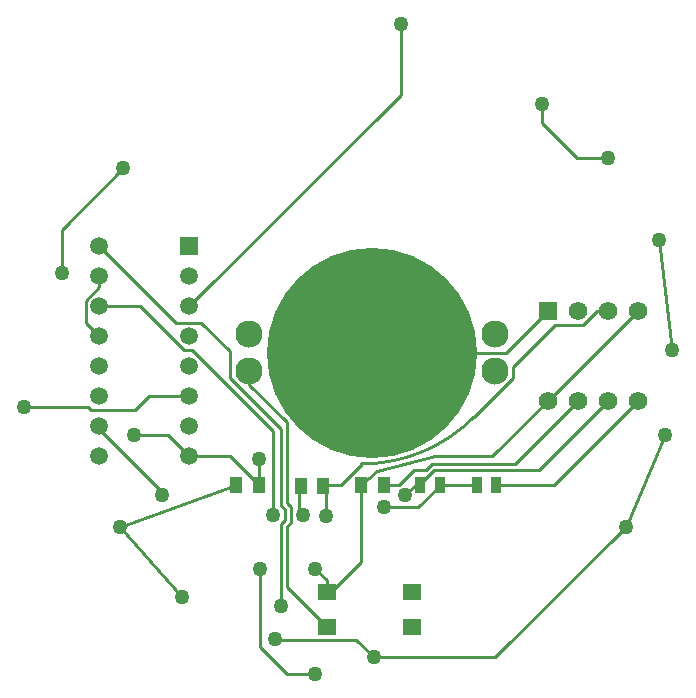
<source format=gbl>
G04*
G04 #@! TF.GenerationSoftware,Altium Limited,Altium Designer,18.1.11 (251)*
G04*
G04 Layer_Physical_Order=2*
G04 Layer_Color=16711680*
%FSLAX25Y25*%
%MOIN*%
G70*
G01*
G75*
%ADD12C,0.01000*%
%ADD22R,0.03600X0.05700*%
%ADD39R,0.05906X0.05906*%
%ADD40C,0.05906*%
%ADD41R,0.06201X0.06201*%
%ADD42C,0.06201*%
%ADD43C,0.09055*%
%ADD44C,0.05000*%
%ADD45R,0.06299X0.05512*%
%ADD46R,0.03937X0.05709*%
%ADD47C,0.70079*%
G36*
X415500Y305500D02*
D01*
D02*
G37*
G36*
X444500Y310500D02*
D01*
D02*
G37*
D12*
X473011Y263000D02*
G03*
X510334Y278460I0J52783D01*
G01*
X461327Y220406D02*
Y224173D01*
X457500Y228000D02*
X461327Y224173D01*
X446000Y215500D02*
Y242843D01*
X447500Y244343D01*
Y247657D01*
X446000Y249157D02*
X447500Y247657D01*
X446000Y249157D02*
Y274500D01*
X429000Y291500D02*
X446000Y274500D01*
X452108Y248000D02*
X453500Y246608D01*
X448000Y249985D02*
Y276825D01*
X453500Y246000D02*
Y246608D01*
X448000Y249985D02*
X449500Y248485D01*
Y243515D02*
Y248485D01*
X448000Y242015D02*
X449500Y243515D01*
X448000Y221921D02*
Y242015D01*
X435555Y289270D02*
X448000Y276825D01*
X429000Y291500D02*
Y300500D01*
X419547Y309953D02*
X429000Y300500D01*
X411047Y309953D02*
X419547D01*
X385500Y335500D02*
X411047Y309953D01*
X416453Y301047D02*
X443500Y274000D01*
X413656Y301047D02*
X416453D01*
X399203Y315500D02*
X413656Y301047D01*
X452108Y248000D02*
Y256000D01*
X510334Y278460D02*
X523472Y291598D01*
X466011Y256000D02*
X473011Y263000D01*
X461000Y245500D02*
Y255740D01*
X460740Y256000D02*
X461000Y255740D01*
X460740Y256000D02*
X466011D01*
X443500Y246000D02*
Y274000D01*
X472956Y230455D02*
Y256000D01*
X462906Y220406D02*
X472956Y230455D01*
X461327Y220406D02*
X462906D01*
X448000Y221921D02*
X461327Y208594D01*
X385500Y315500D02*
X399203D01*
X381047Y309953D02*
X385500Y305500D01*
X381047Y309953D02*
Y317344D01*
X385500Y321797D01*
Y325500D01*
X448000Y193000D02*
X457500D01*
X439000Y202000D02*
X448000Y193000D01*
X439000Y202000D02*
Y228000D01*
X385500Y274500D02*
X406500Y253500D01*
Y252500D02*
Y253500D01*
X392500Y242000D02*
X413000Y218500D01*
X544738Y365000D02*
X555000D01*
X533000Y376738D02*
X544738Y365000D01*
X533000Y376738D02*
Y383000D01*
X408500Y272500D02*
X415500Y265500D01*
X397000Y272500D02*
X408500D01*
X472956Y256000D02*
X478000Y260500D01*
X497500Y265500D01*
X496400Y263000D02*
X524000D01*
X494400Y261000D02*
X496400Y263000D01*
X490343Y261000D02*
X494400D01*
X485343Y256000D02*
X490343Y261000D01*
X497229D02*
X532000D01*
X492600Y256371D02*
X497229Y261000D01*
X497500Y265500D02*
X516500D01*
X535000Y284000D01*
X523472Y295298D02*
X537574Y309400D01*
X523472Y291598D02*
Y295298D01*
X537574Y309400D02*
X546906D01*
X532000Y261000D02*
X555000Y284000D01*
X524000Y263000D02*
X545000Y284000D01*
X546906Y309400D02*
X551506Y314000D01*
X555000D01*
X480436Y256000D02*
X485343D01*
X373000Y326500D02*
Y341000D01*
X393500Y361500D01*
X382885Y281047D02*
X397453D01*
X381932Y282000D02*
X382885Y281047D01*
X360500Y282000D02*
X381932D01*
X397500Y281000D02*
X402000Y285500D01*
X444161Y204339D02*
X471161D01*
X444000Y204500D02*
X444161Y204339D01*
X471161D02*
X477000Y198500D01*
X491000Y256000D02*
X492600D01*
X487500Y252500D02*
X491000Y256000D01*
X491871Y248500D02*
X499000Y255629D01*
X480500Y248500D02*
X491871D01*
X385500Y274500D02*
Y275500D01*
X517500Y198500D02*
X561000Y242000D01*
X477000Y198500D02*
X517500D01*
X476018Y270500D02*
X476500Y270982D01*
X499000Y255629D02*
Y256000D01*
X438740D02*
Y264740D01*
X415500Y265500D02*
X429240D01*
X438740Y256000D01*
X415500Y315500D02*
X486000Y386000D01*
Y409500D01*
X435555Y289270D02*
Y294094D01*
X475500Y300122D02*
X521122D01*
X535000Y314000D01*
X475500Y300000D02*
Y300122D01*
X492600Y256000D02*
Y256371D01*
X499000Y256000D02*
X511500D01*
X535000Y284000D02*
X565000Y314000D01*
X397453Y281047D02*
X397500Y281000D01*
X402000Y285500D02*
X415500D01*
X572000Y337500D02*
X576500Y301000D01*
X561000Y242000D02*
X574000Y272500D01*
X392500Y242000D02*
X431260Y256000D01*
X475500Y300000D02*
X499000Y276500D01*
X537000Y256000D02*
X565000Y284000D01*
X517900Y256000D02*
X537000D01*
D22*
X499000Y256000D02*
D03*
X492600Y256000D02*
D03*
X517900Y256000D02*
D03*
X511500Y256000D02*
D03*
D39*
X415500Y335500D02*
D03*
D40*
Y325500D02*
D03*
Y315500D02*
D03*
Y305500D02*
D03*
Y295500D02*
D03*
Y285500D02*
D03*
Y275500D02*
D03*
Y265500D02*
D03*
X385500D02*
D03*
Y275500D02*
D03*
Y285500D02*
D03*
Y295500D02*
D03*
Y305500D02*
D03*
Y315500D02*
D03*
Y325500D02*
D03*
Y335500D02*
D03*
D41*
X535000Y314000D02*
D03*
D42*
X545000D02*
D03*
X555000D02*
D03*
X565000D02*
D03*
Y284000D02*
D03*
X555000D02*
D03*
X545000D02*
D03*
X535000D02*
D03*
D43*
X517445Y294094D02*
D03*
Y306299D02*
D03*
X435555D02*
D03*
Y294094D02*
D03*
D44*
X457500Y228000D02*
D03*
X446000Y215500D02*
D03*
X453500Y246000D02*
D03*
X461000Y245500D02*
D03*
X443500Y246000D02*
D03*
X457500Y193000D02*
D03*
X439000Y228000D02*
D03*
X406500Y252500D02*
D03*
X413000Y218500D02*
D03*
X555000Y365000D02*
D03*
X533000Y383000D02*
D03*
X397000Y272500D02*
D03*
X480500Y248500D02*
D03*
X373000Y326500D02*
D03*
X360500Y282000D02*
D03*
X444000Y204500D02*
D03*
X487500Y252500D02*
D03*
X476018Y270500D02*
D03*
X438740Y264740D02*
D03*
X486000Y409500D02*
D03*
X393500Y361500D02*
D03*
X572000Y337500D02*
D03*
X576500Y301000D02*
D03*
X574000Y272500D02*
D03*
X561000Y242000D02*
D03*
X477000Y198500D02*
D03*
X392500Y242000D02*
D03*
D45*
X489673Y208594D02*
D03*
X461327D02*
D03*
X489673Y220406D02*
D03*
X461327D02*
D03*
D46*
X472956Y256000D02*
D03*
X480436Y256000D02*
D03*
X452760Y255629D02*
D03*
X460240D02*
D03*
X431260Y256000D02*
D03*
X438740D02*
D03*
D47*
X476500Y300000D02*
D03*
M02*

</source>
